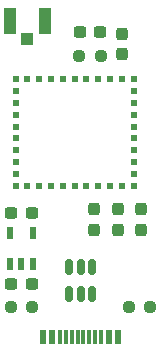
<source format=gbr>
%TF.GenerationSoftware,KiCad,Pcbnew,9.0.6-1.fc42*%
%TF.CreationDate,2025-12-19T16:16:41-05:00*%
%TF.ProjectId,HALOW-USB,48414c4f-572d-4555-9342-2e6b69636164,rev?*%
%TF.SameCoordinates,Original*%
%TF.FileFunction,Paste,Top*%
%TF.FilePolarity,Positive*%
%FSLAX46Y46*%
G04 Gerber Fmt 4.6, Leading zero omitted, Abs format (unit mm)*
G04 Created by KiCad (PCBNEW 9.0.6-1.fc42) date 2025-12-19 16:16:41*
%MOMM*%
%LPD*%
G01*
G04 APERTURE LIST*
G04 Aperture macros list*
%AMRoundRect*
0 Rectangle with rounded corners*
0 $1 Rounding radius*
0 $2 $3 $4 $5 $6 $7 $8 $9 X,Y pos of 4 corners*
0 Add a 4 corners polygon primitive as box body*
4,1,4,$2,$3,$4,$5,$6,$7,$8,$9,$2,$3,0*
0 Add four circle primitives for the rounded corners*
1,1,$1+$1,$2,$3*
1,1,$1+$1,$4,$5*
1,1,$1+$1,$6,$7*
1,1,$1+$1,$8,$9*
0 Add four rect primitives between the rounded corners*
20,1,$1+$1,$2,$3,$4,$5,0*
20,1,$1+$1,$4,$5,$6,$7,0*
20,1,$1+$1,$6,$7,$8,$9,0*
20,1,$1+$1,$8,$9,$2,$3,0*%
G04 Aperture macros list end*
%ADD10R,0.600000X1.100000*%
%ADD11R,0.600000X1.240000*%
%ADD12R,0.300000X1.240000*%
%ADD13RoundRect,0.237500X-0.237500X0.300000X-0.237500X-0.300000X0.237500X-0.300000X0.237500X0.300000X0*%
%ADD14RoundRect,0.150000X0.150000X-0.512500X0.150000X0.512500X-0.150000X0.512500X-0.150000X-0.512500X0*%
%ADD15RoundRect,0.237500X0.250000X0.237500X-0.250000X0.237500X-0.250000X-0.237500X0.250000X-0.237500X0*%
%ADD16RoundRect,0.237500X-0.250000X-0.237500X0.250000X-0.237500X0.250000X0.237500X-0.250000X0.237500X0*%
%ADD17R,1.000000X1.050000*%
%ADD18R,1.050000X2.200000*%
%ADD19RoundRect,0.237500X0.237500X-0.300000X0.237500X0.300000X-0.237500X0.300000X-0.237500X-0.300000X0*%
%ADD20RoundRect,0.237500X-0.300000X-0.237500X0.300000X-0.237500X0.300000X0.237500X-0.300000X0.237500X0*%
%ADD21R,0.600000X0.600000*%
G04 APERTURE END LIST*
D10*
%TO.C,U1*%
X117550000Y-97200000D03*
X119450000Y-97200000D03*
X119450000Y-99800000D03*
X118500000Y-99800000D03*
X117550000Y-99800000D03*
%TD*%
D11*
%TO.C,U2*%
X120300000Y-106032500D03*
X121100000Y-106032500D03*
D12*
X122250000Y-106032500D03*
X123250000Y-106032500D03*
X123750000Y-106032500D03*
X124750000Y-106032500D03*
D11*
X126700000Y-106032500D03*
X125900000Y-106032500D03*
D12*
X125250000Y-106032500D03*
X124250000Y-106032500D03*
X122750000Y-106032500D03*
X121750000Y-106032500D03*
%TD*%
D13*
%TO.C,C2*%
X126700000Y-95200000D03*
X126700000Y-96925000D03*
%TD*%
D14*
%TO.C,U3*%
X122550000Y-102400000D03*
X123500000Y-102400000D03*
X124450000Y-102400000D03*
X124450000Y-100125000D03*
X123500000Y-100125000D03*
X122550000Y-100125000D03*
%TD*%
D15*
%TO.C,R2*%
X119412500Y-103500000D03*
X117587500Y-103500000D03*
%TD*%
D16*
%TO.C,R3*%
X127587500Y-103500000D03*
X129412500Y-103500000D03*
%TD*%
D13*
%TO.C,C3*%
X128600000Y-95200000D03*
X128600000Y-96925000D03*
%TD*%
D17*
%TO.C,JP1*%
X119000000Y-80760000D03*
D18*
X117530000Y-79240000D03*
X120470000Y-79240000D03*
%TD*%
D19*
%TO.C,C1*%
X127000000Y-82062500D03*
X127000000Y-80337500D03*
%TD*%
D20*
%TO.C,C7*%
X123437500Y-80200000D03*
X125162500Y-80200000D03*
%TD*%
%TO.C,C6*%
X117637500Y-95500000D03*
X119362500Y-95500000D03*
%TD*%
D19*
%TO.C,C4*%
X124600000Y-96925000D03*
X124600000Y-95200000D03*
%TD*%
D21*
%TO.C,MM8108-MF1*%
X118000000Y-84200000D03*
X119000000Y-84200000D03*
X120000000Y-84200000D03*
X121000000Y-84200000D03*
X122000000Y-84200000D03*
X123000000Y-84200000D03*
X124000000Y-84200000D03*
X125000000Y-84200000D03*
X126000000Y-84200000D03*
X127000000Y-84200000D03*
X128000000Y-84200000D03*
X128000000Y-85200000D03*
X128000000Y-86200000D03*
X128000000Y-87200000D03*
X128000000Y-88200000D03*
X128000000Y-89200000D03*
X128000000Y-90200000D03*
X128000000Y-91200000D03*
X128000000Y-92200000D03*
X128000000Y-93200000D03*
X127000000Y-93200000D03*
X126000000Y-93200000D03*
X125000000Y-93200000D03*
X124000000Y-93200000D03*
X123000000Y-93200000D03*
X122000000Y-93200000D03*
X121000000Y-93200000D03*
X120000000Y-93200000D03*
X119000000Y-93200000D03*
X118000000Y-93200000D03*
X118000000Y-92200000D03*
X118000000Y-91200000D03*
X118000000Y-90200000D03*
X118000000Y-89200000D03*
X118000000Y-88200000D03*
X118000000Y-87200000D03*
X118000000Y-86200000D03*
X118000000Y-85200000D03*
%TD*%
D15*
%TO.C,R1*%
X125212500Y-82200000D03*
X123387500Y-82200000D03*
%TD*%
D20*
%TO.C,C5*%
X117637500Y-101500000D03*
X119362500Y-101500000D03*
%TD*%
M02*

</source>
